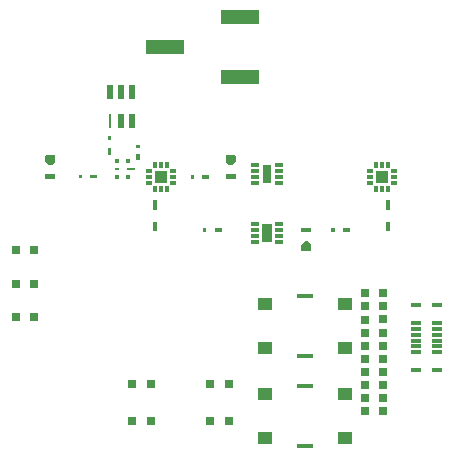
<source format=gtp>
G04 Layer: TopPasteMaskLayer*
G04 EasyEDA Pro v2.2.28.1, 2024-10-10 19:46:05*
G04 Gerber Generator version 0.3*
G04 Scale: 100 percent, Rotated: No, Reflected: No*
G04 Dimensions in millimeters*
G04 Leading zeros omitted, absolute positions, 3 integers and 5 decimals*
%FSLAX35Y35*%
%MOMM*%
%ADD10R,1.0X1.0*%
%ADD11R,0.508X0.3*%
%ADD12R,0.508X0.342*%
%ADD13R,0.342X0.508*%
%ADD14R,0.3X0.508*%
%ADD15R,0.8X0.8*%
%ADD16R,0.8X0.8*%
%ADD17R,1.2X1.0*%
%ADD18R,1.4X0.45001*%
%ADD19R,0.33X0.342*%
%ADD20R,0.762X0.294*%
%ADD21R,0.3X0.41*%
%ADD22R,0.33X0.294*%
%ADD23R,0.75X0.3*%
%ADD24R,0.75X0.342*%
%ADD25R,0.85X1.65*%
%ADD26R,0.67X0.3*%
%ADD27R,0.67X0.342*%
%ADD28R,0.8X1.6*%
%ADD29R,0.55001X1.2*%
%ADD30R,0.294X1.2*%
%ADD31R,3.29999X1.18999*%
%ADD32R,0.87X0.3*%
G75*


G04 PolygonModel Start*
G36*
G01X-2602119Y-198496D02*
G01X-2602119Y-281496D01*
G01X-2562119Y-281496D01*
G01X-2562119Y-198496D01*
G01X-2602119Y-198496D01*
G37*
G36*
G01X-2564921Y-457497D02*
G01X-2564921Y-384498D01*
G01X-2597921Y-384498D01*
G01X-2597921Y-457497D01*
G01X-2564921Y-457497D01*
G37*
G36*
G01X-592177Y-461497D02*
G01X-592177Y-381498D01*
G01X-627177Y-381498D01*
G01X-627177Y-461497D01*
G01X-592177Y-461497D01*
G37*
G36*
G01X-626376Y-199496D02*
G01X-626376Y-280496D01*
G01X-593376Y-280496D01*
G01X-593376Y-199496D01*
G01X-626376Y-199496D01*
G37*
G36*
G01X-3511398Y19589D02*
G01X-3424998Y19589D01*
G01X-3424998Y-20739D01*
G01X-3511398Y-20739D01*
G01X-3511398Y19589D01*
G37*
G36*
G01X-3482148Y95572D02*
G01X-3454498Y95572D01*
G01X-3425123Y122992D01*
G01X-3425123Y173319D01*
G01X-3431524Y179720D01*
G01X-3505123Y179720D01*
G01X-3511524Y173319D01*
G01X-3511524Y122992D01*
G01X-3482148Y95572D01*
G37*
G36*
G01X-2147477Y-468521D02*
G01X-2147477Y-437521D01*
G01X-2175541Y-437521D01*
G01X-2175541Y-468521D01*
G01X-2147477Y-468521D01*
G37*
G36*
G01X-2076476Y-468521D02*
G01X-2076476Y-437521D01*
G01X-2017412Y-437521D01*
G01X-2017412Y-468521D01*
G01X-2076476Y-468521D01*
G37*
G36*
G01X-3199812Y-16092D02*
G01X-3199812Y14908D01*
G01X-3227877Y14908D01*
G01X-3227877Y-16092D01*
G01X-3199812Y-16092D01*
G37*
G36*
G01X-3128812Y-16092D02*
G01X-3128812Y14908D01*
G01X-3069748Y14908D01*
G01X-3069748Y-16092D01*
G01X-3128812Y-16092D01*
G37*
G36*
G01X-2981620Y311760D02*
G01X-2950621Y311760D01*
G01X-2950621Y339824D01*
G01X-2981620Y339824D01*
G01X-2981620Y311760D01*
G37*
G36*
G01X-2981620Y240759D02*
G01X-2950621Y240759D01*
G01X-2950621Y181695D01*
G01X-2981620Y181695D01*
G01X-2981620Y240759D01*
G37*
G36*
G01X-2712615Y189069D02*
G01X-2743374Y189069D01*
G01X-2743374Y138625D01*
G01X-2712615Y138625D01*
G01X-2712615Y189069D01*
G37*
G36*
G01X-2712615Y240200D02*
G01X-2743374Y240200D01*
G01X-2743374Y270324D01*
G01X-2712615Y270324D01*
G01X-2712615Y240200D01*
G37*
G36*
G01X-1983517Y19420D02*
G01X-1897117Y19420D01*
G01X-1897117Y-20908D01*
G01X-1983517Y-20908D01*
G01X-1983517Y19420D01*
G37*
G36*
G01X-1954267Y95403D02*
G01X-1926617Y95403D01*
G01X-1897242Y122822D01*
G01X-1897242Y173150D01*
G01X-1903643Y179551D01*
G01X-1977242Y179551D01*
G01X-1983642Y173150D01*
G01X-1983642Y122822D01*
G01X-1954267Y95403D01*
G37*
G36*
G01X-2252744Y-16405D02*
G01X-2252744Y14595D01*
G01X-2280809Y14595D01*
G01X-2280809Y-16405D01*
G01X-2252744Y-16405D01*
G37*
G36*
G01X-2181743Y-16405D02*
G01X-2181743Y14595D01*
G01X-2122680Y14595D01*
G01X-2122680Y-16405D01*
G01X-2181743Y-16405D01*
G37*
G36*
G01X-1061713Y-468020D02*
G01X-1061713Y-437021D01*
G01X-1089778Y-437021D01*
G01X-1089778Y-468020D01*
G01X-1061713Y-468020D01*
G37*
G36*
G01X-990712Y-468020D02*
G01X-990712Y-437021D01*
G01X-931649Y-437021D01*
G01X-931649Y-468020D01*
G01X-990712Y-468020D01*
G37*
G36*
G01X-1258887Y-473102D02*
G01X-1345288Y-473102D01*
G01X-1345288Y-432774D01*
G01X-1258887Y-432774D01*
G01X-1258887Y-473102D01*
G37*
G36*
G01X-1288137Y-549086D02*
G01X-1315787Y-549086D01*
G01X-1345162Y-576505D01*
G01X-1345162Y-626832D01*
G01X-1338762Y-633233D01*
G01X-1265163Y-633233D01*
G01X-1258762Y-626832D01*
G01X-1258762Y-576505D01*
G01X-1288137Y-549086D01*
G37*

G04 Pad Start*
G54D10*
G01X-2532109Y-499D03*
G54D11*
G01X-2429217Y49488D03*
G54D12*
G01X-2429217Y-499D03*
G54D11*
G01X-2429217Y-50486D03*
G54D13*
G01X-2482122Y-103390D03*
G54D14*
G01X-2532109Y-103390D03*
G54D13*
G01X-2582096Y-103390D03*
G54D11*
G01X-2635001Y-50486D03*
G54D12*
G01X-2635001Y-499D03*
G54D11*
G01X-2635001Y49488D03*
G54D14*
G01X-2582096Y102393D03*
G01X-2532109Y102393D03*
G01X-2482122Y102393D03*
G54D10*
G01X-659162Y-499D03*
G54D11*
G01X-556270Y49488D03*
G54D12*
G01X-556270Y-499D03*
G54D11*
G01X-556270Y-50486D03*
G54D13*
G01X-609175Y-103390D03*
G54D14*
G01X-659162Y-103390D03*
G54D13*
G01X-709149Y-103390D03*
G54D11*
G01X-762054Y-50486D03*
G54D12*
G01X-762054Y-499D03*
G54D11*
G01X-762054Y49488D03*
G54D14*
G01X-709149Y102393D03*
G01X-659162Y102393D03*
G01X-609175Y102393D03*
G54D15*
G01X-3602957Y-623482D03*
G01X-3762850Y-624167D03*
G54D16*
G01X-2772852Y-1756155D03*
G01X-2612959Y-1755469D03*
G01X-2772852Y-2069198D03*
G01X-2612959Y-2068512D03*
G01X-2113939Y-2069198D03*
G01X-1954046Y-2068512D03*
G54D15*
G01X-3602957Y-905981D03*
G01X-3762850Y-906667D03*
G01X-3602957Y-1188480D03*
G01X-3762850Y-1189166D03*
G54D16*
G01X-2113939Y-1756155D03*
G01X-1954046Y-1755469D03*
G54D15*
G01X-647963Y-1987967D03*
G01X-807856Y-1988653D03*
G01X-647963Y-1876796D03*
G01X-807856Y-1877482D03*
G01X-647963Y-1765626D03*
G01X-807856Y-1766312D03*
G01X-647963Y-1654455D03*
G01X-807856Y-1655141D03*
G01X-647963Y-1543285D03*
G01X-807856Y-1543971D03*
G01X-647963Y-1432114D03*
G01X-807856Y-1432800D03*
G01X-647963Y-1320944D03*
G01X-807856Y-1321630D03*
G01X-647963Y-1209773D03*
G01X-807856Y-1210459D03*
G01X-647963Y-1098603D03*
G01X-807856Y-1099288D03*
G01X-647963Y-987432D03*
G01X-807856Y-988118D03*
G54D17*
G01X-969290Y-1454637D03*
G01X-969290Y-1074633D03*
G01X-1649289Y-1454637D03*
G01X-1649289Y-1074638D03*
G54D18*
G01X-1309289Y-1007132D03*
G01X-1309289Y-1522130D03*
G54D17*
G01X-969290Y-2216570D03*
G01X-969290Y-1836565D03*
G01X-1649289Y-2216570D03*
G01X-1649289Y-1836570D03*
G54D18*
G01X-1309289Y-1769065D03*
G01X-1309289Y-2284062D03*
G54D19*
G01X-2807037Y-820D03*
G54D20*
G01X-2785437Y65179D03*
G54D21*
G01X-2807037Y131179D03*
G01X-2906037Y131179D03*
G54D22*
G01X-2906037Y65179D03*
G54D19*
G01X-2906037Y-820D03*
G54D23*
G01X-1734136Y-402498D03*
G54D24*
G01X-1734136Y-452498D03*
G54D23*
G01X-1734136Y-502498D03*
G01X-1734136Y-552498D03*
G01X-1534137Y-552498D03*
G01X-1534137Y-502498D03*
G54D24*
G01X-1534137Y-452498D03*
G54D23*
G01X-1534137Y-402498D03*
G54D25*
G01X-1634136Y-477498D03*
G54D26*
G01X-1533735Y-50511D03*
G54D27*
G01X-1533735Y-499D03*
G54D26*
G01X-1533735Y49488D03*
G01X-1533735Y99501D03*
G01X-1733734Y99501D03*
G01X-1733734Y49488D03*
G54D27*
G01X-1733734Y-499D03*
G54D26*
G01X-1733734Y-50511D03*
G54D28*
G01X-1633734Y24495D03*
G54D29*
G01X-2966128Y713013D03*
G01X-2776136Y713013D03*
G01X-2776136Y473009D03*
G01X-2871132Y473009D03*
G54D30*
G01X-2966128Y473009D03*
G54D29*
G01X-2871132Y713013D03*
G54D31*
G01X-1857994Y839998D03*
G01X-1857994Y1347998D03*
G01X-2497998Y1093998D03*
G54D32*
G01X-369621Y-1637997D03*
G01X-369621Y-1487997D03*
G01X-369621Y-1437997D03*
G01X-369621Y-1387997D03*
G01X-369621Y-1337997D03*
G01X-369621Y-1287997D03*
G01X-369621Y-1237998D03*
G01X-369621Y-1087998D03*
G01X-196621Y-1087998D03*
G01X-196621Y-1237998D03*
G01X-196621Y-1287997D03*
G01X-196621Y-1337997D03*
G01X-196621Y-1387997D03*
G01X-196621Y-1437997D03*
G01X-196621Y-1487997D03*
G01X-196621Y-1637997D03*
G04 Pad End*

M02*


</source>
